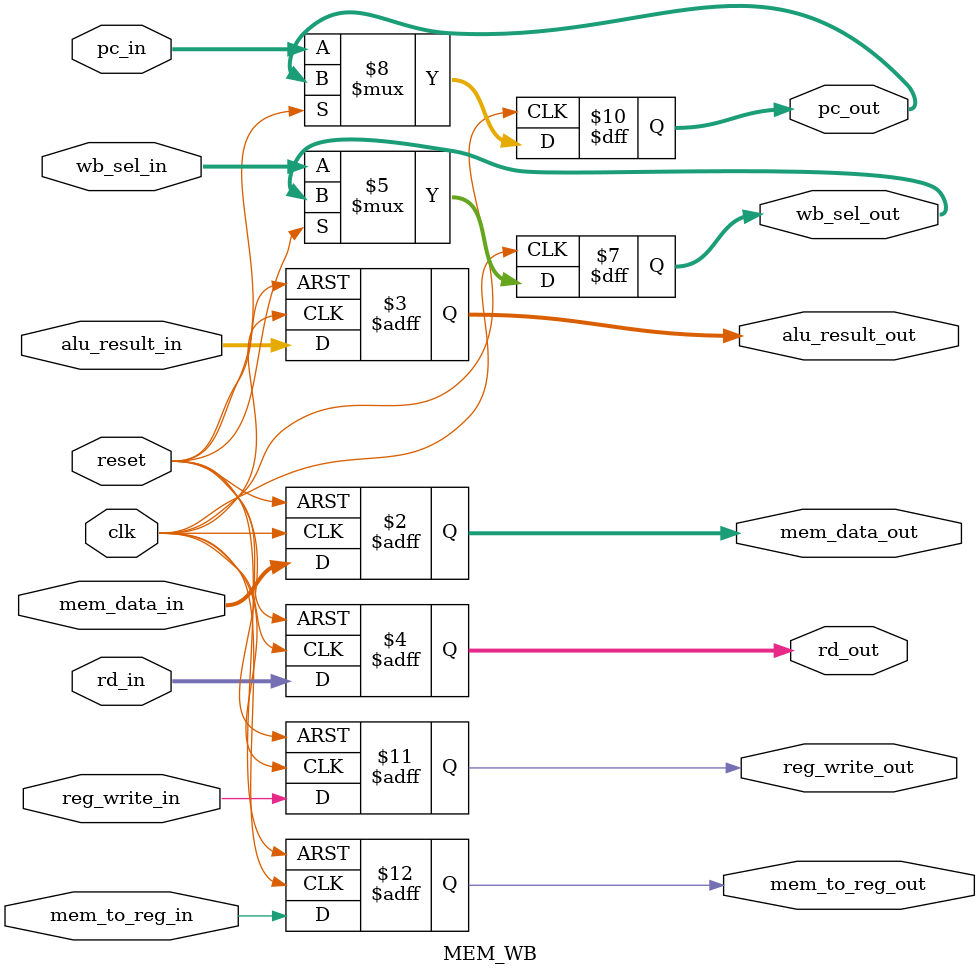
<source format=sv>
module MEM_WB(
    input logic clk,
    input logic reset,
    input logic [31:0] mem_data_in,
    input logic [31:0] alu_result_in,
    input logic [4:0] rd_in,
    input logic [1:0] wb_sel_in,
    input logic [31:0] pc_in,
    input logic reg_write_in, mem_to_reg_in,
    output logic [31:0] mem_data_out,
    output logic [31:0] alu_result_out,
    output logic [4:0] rd_out,
    output logic [1:0] wb_sel_out,
    output logic [31:0] pc_out,
    output logic reg_write_out, mem_to_reg_out
);
    always @(posedge clk or posedge reset) begin
        if (reset) begin
            mem_data_out <= 32'b0;
            alu_result_out <= 32'b0;
            rd_out <= 5'b0;
            reg_write_out <= 1'b0;
            mem_to_reg_out <= 1'b0;
        end else begin
            mem_data_out <= mem_data_in;
            alu_result_out <= alu_result_in;
            rd_out <= rd_in;
            reg_write_out <= reg_write_in;
            mem_to_reg_out <= mem_to_reg_in;
            wb_sel_out<=wb_sel_in;
            pc_out=pc_in;
        end
    end
endmodule
</source>
